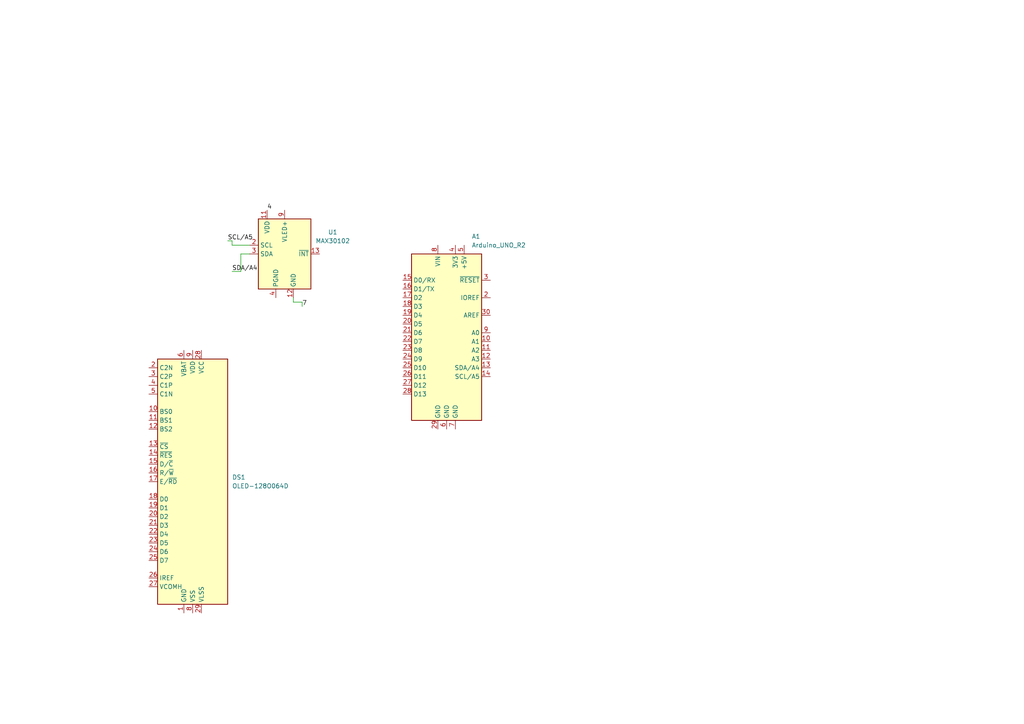
<source format=kicad_sch>
(kicad_sch (version 20231120) (generator "eeschema") (generator_version "8.0")
  (paper "A4")
  (lib_symbols
    (symbol "Display_Graphic:OLED-128O064D"
      (property "Reference" "DS" (at -10.16 38.1 0))
      (property "Value" "OLED-128O064D" (at 12.7 38.1 0))
      (symbol "OLED-128O064D_0_1"
        (rectangle (start -10.16 35.56) (end 10.16 -35.56) (stroke (width 0.254)) (fill (type background)))
      )
      (symbol "OLED-128O064D_1_1"
        (pin power_in line (at -2.54 -38.1 90) (length 2.54) (name "GND") (number "1"))
        (pin input line (at -12.7 20.32 0) (length 2.54) (name "BS0") (number "10"))
        (pin input line (at -12.7 17.78 0) (length 2.54) (name "BS1") (number "11"))
        (pin input line (at -12.7 15.24 0) (length 2.54) (name "BS2") (number "12"))
        (pin input line (at -12.7 10.16 0) (length 2.54) (name "~{CS}") (number "13"))
        (pin input line (at -12.7 7.62 0) (length 2.54) (name "~{RES}") (number "14"))
        (pin input line (at -12.7 5.08 0) (length 2.54) (name "D/~{C}") (number "15"))
        (pin input line (at -12.7 2.54 0) (length 2.54) (name "R/~{W}") (number "16"))
        (pin input line (at -12.7 0 0) (length 2.54) (name "E/~{RD}") (number "17"))
        (pin bidirectional line (at -12.7 -5.08 0) (length 2.54) (name "D0") (number "18"))
        (pin bidirectional line (at -12.7 -7.62 0) (length 2.54) (name "D1") (number "19"))
        (pin passive line (at -12.7 33.02 0) (length 2.54) (name "C2N") (number "2"))
        (pin bidirectional line (at -12.7 -10.16 0) (length 2.54) (name "D2") (number "20"))
        (pin bidirectional line (at -12.7 -12.7 0) (length 2.54) (name "D3") (number "21"))
        (pin bidirectional line (at -12.7 -15.24 0) (length 2.54) (name "D4") (number "22"))
        (pin bidirectional line (at -12.7 -17.78 0) (length 2.54) (name "D5") (number "23"))
        (pin bidirectional line (at -12.7 -20.32 0) (length 2.54) (name "D6") (number "24"))
        (pin bidirectional line (at -12.7 -22.86 0) (length 2.54) (name "D7") (number "25"))
        (pin passive line (at -12.7 -27.94 0) (length 2.54) (name "IREF") (number "26"))
        (pin passive line (at -12.7 -30.48 0) (length 2.54) (name "VCOMH") (number "27"))
        (pin power_in line (at 2.54 38.1 270) (length 2.54) (name "VCC") (number "28"))
        (pin power_in line (at 2.54 -38.1 90) (length 2.54) (name "VLSS") (number "29"))
        (pin passive line (at -12.7 30.48 0) (length 2.54) (name "C2P") (number "3"))
        (pin passive line (at -2.54 -38.1 90) (length 2.54) hide (name "GND") (number "30"))
        (pin passive line (at -12.7 27.94 0) (length 2.54) (name "C1P") (number "4"))
        (pin passive line (at -12.7 25.4 0) (length 2.54) (name "C1N") (number "5"))
        (pin power_in line (at -2.54 38.1 270) (length 2.54) (name "VBAT") (number "6"))
        (pin no_connect line (at 10.16 0 180) (length 2.54) hide (name "NC") (number "7"))
        (pin power_in line (at 0 -38.1 90) (length 2.54) (name "VSS") (number "8"))
        (pin power_in line (at 0 38.1 270) (length 2.54) (name "VDD") (number "9"))
      )
    )
    (symbol "MCU_Module:Arduino_UNO_R2"
      (property "Reference" "A" (at -10.16 23.495 0))
      (property "Value" "Arduino_UNO_R2" (at 5.08 -26.67 0))
      (symbol "Arduino_UNO_R2_0_1"
        (rectangle (start -10.16 22.86) (end 10.16 -25.4) (stroke (width 0.254)) (fill (type background)))
      )
      (symbol "Arduino_UNO_R2_1_1"
        (pin no_connect line (at -10.16 -20.32 0) (length 2.54) hide (name "NC") (number "1"))
        (pin bidirectional line (at 12.7 -2.54 180) (length 2.54) (name "A1") (number "10"))
        (pin bidirectional line (at 12.7 -5.08 180) (length 2.54) (name "A2") (number "11"))
        (pin bidirectional line (at 12.7 -7.62 180) (length 2.54) (name "A3") (number "12"))
        (pin bidirectional line (at 12.7 -10.16 180) (length 2.54) (name "SDA/A4") (number "13"))
        (pin bidirectional line (at 12.7 -12.7 180) (length 2.54) (name "SCL/A5") (number "14"))
        (pin bidirectional line (at -12.7 15.24 0) (length 2.54) (name "D0/RX") (number "15"))
        (pin bidirectional line (at -12.7 12.7 0) (length 2.54) (name "D1/TX") (number "16"))
        (pin bidirectional line (at -12.7 10.16 0) (length 2.54) (name "D2") (number "17"))
        (pin bidirectional line (at -12.7 7.62 0) (length 2.54) (name "D3") (number "18"))
        (pin bidirectional line (at -12.7 5.08 0) (length 2.54) (name "D4") (number "19"))
        (pin output line (at 12.7 10.16 180) (length 2.54) (name "IOREF") (number "2"))
        (pin bidirectional line (at -12.7 2.54 0) (length 2.54) (name "D5") (number "20"))
        (pin bidirectional line (at -12.7 0 0) (length 2.54) (name "D6") (number "21"))
        (pin bidirectional line (at -12.7 -2.54 0) (length 2.54) (name "D7") (number "22"))
        (pin bidirectional line (at -12.7 -5.08 0) (length 2.54) (name "D8") (number "23"))
        (pin bidirectional line (at -12.7 -7.62 0) (length 2.54) (name "D9") (number "24"))
        (pin bidirectional line (at -12.7 -10.16 0) (length 2.54) (name "D10") (number "25"))
        (pin bidirectional line (at -12.7 -12.7 0) (length 2.54) (name "D11") (number "26"))
        (pin bidirectional line (at -12.7 -15.24 0) (length 2.54) (name "D12") (number "27"))
        (pin bidirectional line (at -12.7 -17.78 0) (length 2.54) (name "D13") (number "28"))
        (pin power_in line (at -2.54 -27.94 90) (length 2.54) (name "GND") (number "29"))
        (pin input line (at 12.7 15.24 180) (length 2.54) (name "~{RESET}") (number "3"))
        (pin input line (at 12.7 5.08 180) (length 2.54) (name "AREF") (number "30"))
        (pin power_out line (at 2.54 25.4 270) (length 2.54) (name "3V3") (number "4"))
        (pin power_out line (at 5.08 25.4 270) (length 2.54) (name "+5V") (number "5"))
        (pin power_in line (at 0 -27.94 90) (length 2.54) (name "GND") (number "6"))
        (pin power_in line (at 2.54 -27.94 90) (length 2.54) (name "GND") (number "7"))
        (pin power_in line (at -2.54 25.4 270) (length 2.54) (name "VIN") (number "8"))
        (pin bidirectional line (at 12.7 0 180) (length 2.54) (name "A0") (number "9"))
      )
    )
    (symbol "Sensor:MAX30102"
      (property "Reference" "U" (at 7.62 15.24 0))
      (property "Value" "MAX30102" (at 7.62 12.7 0))
      (symbol "MAX30102_0_1"
        (rectangle (start -7.62 10.16) (end 7.62 -10.16) (stroke (width 0.254)) (fill (type background)))
      )
      (symbol "MAX30102_1_1"
        (pin no_connect line (at -7.62 5.08 0) (length 2.54) hide (name "NC") (number "1"))
        (pin passive line (at 0 12.7 270) (length 2.54) hide (name "VLED+") (number "10"))
        (pin power_in line (at -5.08 12.7 270) (length 2.54) (name "VDD") (number "11"))
        (pin power_in line (at 2.54 -12.7 90) (length 2.54) (name "GND") (number "12"))
        (pin output line (at 10.16 0 180) (length 2.54) (name "~{INT}") (number "13"))
        (pin no_connect line (at 7.62 2.54 180) (length 2.54) hide (name "NC") (number "14"))
        (pin input line (at -10.16 2.54 0) (length 2.54) (name "SCL") (number "2"))
        (pin bidirectional line (at -10.16 0 0) (length 2.54) (name "SDA") (number "3"))
        (pin power_in line (at -2.54 -12.7 90) (length 2.54) (name "PGND") (number "4"))
        (pin no_connect line (at 7.62 -7.62 180) (length 2.54) hide (name "NC") (number "5"))
        (pin no_connect line (at 7.62 -5.08 180) (length 2.54) hide (name "NC") (number "6"))
        (pin no_connect line (at -7.62 -2.54 0) (length 2.54) hide (name "NC") (number "7"))
        (pin no_connect line (at 7.62 5.08 180) (length 2.54) hide (name "NC") (number "8"))
        (pin power_in line (at 0 12.7 270) (length 2.54) (name "VLED+") (number "9"))
      )
    )
  )
  (wire (pts (xy 69.85 78.74) (xy 69.85 73.66)))
  (wire (pts (xy 67.31 69.85) (xy 67.31 71.12)))
  (wire (pts (xy 66.04 69.85) (xy 67.31 69.85)))
  (wire (pts (xy 85.09 87.63) (xy 85.09 86.36)))
  (wire (pts (xy 87.63 87.63) (xy 85.09 87.63)))
  (wire (pts (xy 87.63 88.9) (xy 87.63 87.63)))
  (wire (pts (xy 69.85 73.66) (xy 72.39 73.66)))
  (wire (pts (xy 67.31 71.12) (xy 72.39 71.12)))
  (wire (pts (xy 67.31 78.74) (xy 69.85 78.74)))
  (label "SDA{slash}A4" (at 67.31 78.74 0))
  (label "7" (at 87.63 88.9 0))
  (label "SCL{slash}A5" (at 66.04 69.85 0))
  (label "4" (at 77.47 60.96 0))
  (symbol (lib_id "Sensor:MAX30102") (at 82.55 73.66 0) (unit 1)
    (property "Reference" "U1" (at 96.52 67.3414 0))
    (property "Value" "MAX30102" (at 96.52 69.8814 0))
    (property "Footprint" "OptoDevice:Maxim_OLGA-14_3.3x5.6mm_P0.8mm" (effects (hide yes)))
    (property "Datasheet" "https://datasheets.maximintegrated.com/en/ds/MAX30102.pdf" (effects (hide yes)))
    (property "Description" "Heart Rate Sensor, 14-OLGA" (effects (hide yes)))
  )
  (symbol (lib_id "Display_Graphic:OLED-128O064D") (at 55.88 139.7 0) (unit 1)
    (property "Reference" "DS1" (at 67.31 138.4299 0) (effects (justify left)))
    (property "Value" "OLED-128O064D" (at 67.31 140.9699 0) (effects (justify left)))
    (property "Footprint" "Display:OLED-128O064D" (effects (hide yes)))
    (property "Datasheet" "https://www.vishay.com/docs/37902/oled128o064dbpp3n00000.pdf" (effects (hide yes)))
    (property "Description" "OLED display 128x64" (effects (hide yes)))
  )
  (symbol (lib_id "MCU_Module:Arduino_UNO_R2") (at 129.54 96.52 0) (unit 1)
    (property "Reference" "A1" (at 136.8141 68.58 0) (effects (justify left)))
    (property "Value" "Arduino_UNO_R2" (at 136.8141 71.12 0) (effects (justify left)))
    (property "Footprint" "Module:Arduino_UNO_R2" (effects (hide yes)))
    (property "Datasheet" "https://www.arduino.cc/en/Main/arduinoBoardUno" (effects (hide yes)))
    (property "Description" "Arduino UNO Microcontroller Module, release 2" (effects (hide yes)))
  )
)
</source>
